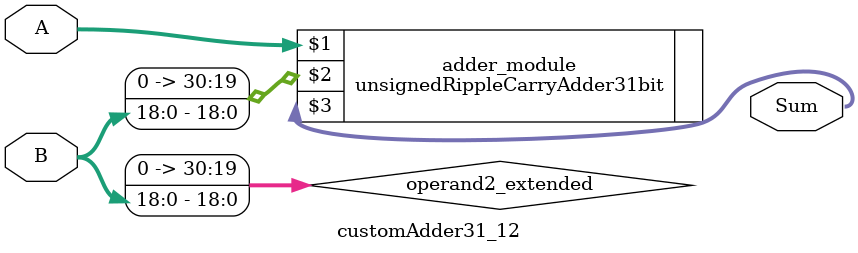
<source format=v>

module customAdder31_12(
                    input [30 : 0] A,
                    input [18 : 0] B,
                    
                    output [31 : 0] Sum
            );

    wire [30 : 0] operand2_extended;
    
    assign operand2_extended =  {12'b0, B};
    
    unsignedRippleCarryAdder31bit adder_module(
        A,
        operand2_extended,
        Sum
    );
    
endmodule
        
</source>
